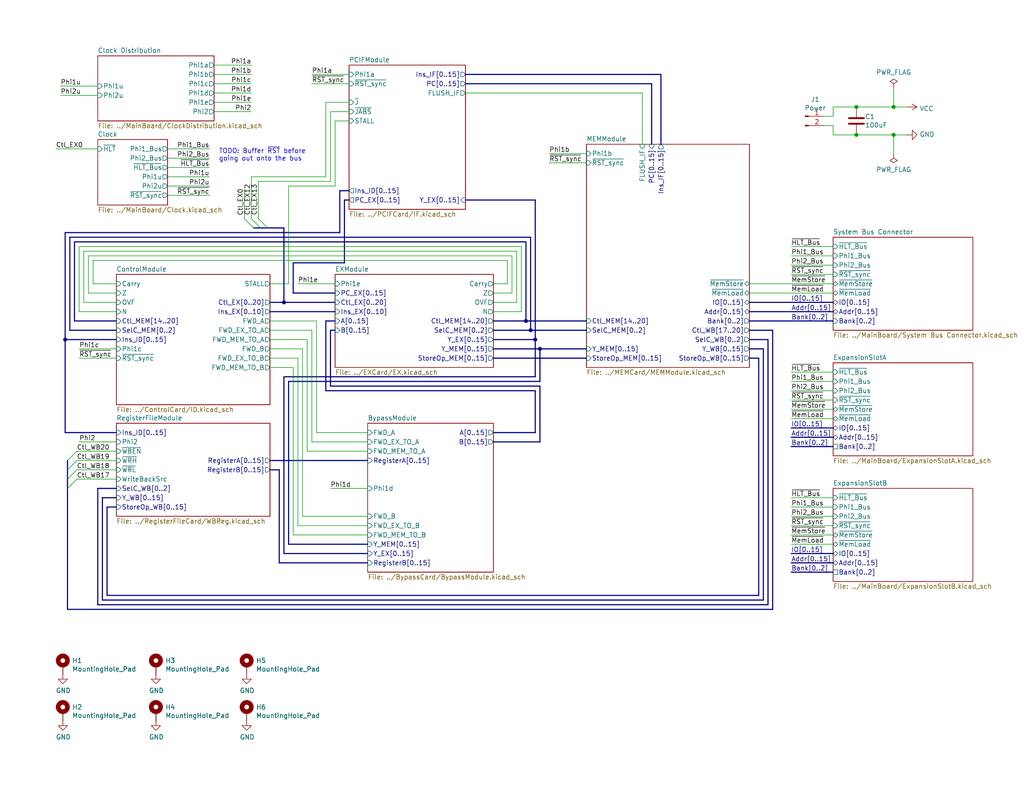
<source format=kicad_sch>
(kicad_sch (version 20250114) (generator "eeschema") (generator_version "9.0")
  (paper "USLetter")
  (title_block (title "Turtle16: Processor Board") (date "2025-07-11") (rev "A") (comment 4 "Microcomputer built from 74xx series logic chips."))
  (lib_symbols
    (symbol "Connector:Conn_01x02_Pin" (pin_names (offset 1.016) (hide yes))
      (property "Reference" "J" (at 0 2.54 0))
      (property "Value" "Conn_01x02_Pin" (at 0 -5.08 0))
      (symbol "Conn_01x02_Pin_1_1"
        (rectangle (start 0.8636 0.127) (end 0 -0.127) (stroke (width 0.1524)) (fill (type outline)))
        (rectangle (start 0.8636 -2.413) (end 0 -2.667) (stroke (width 0.1524)) (fill (type outline)))
        (polyline (pts (xy 1.27 0) (xy 0.8636 0)) (stroke (width 0.1524)))
        (polyline (pts (xy 1.27 -2.54) (xy 0.8636 -2.54)) (stroke (width 0.1524)))
        (pin passive line (at 5.08 0 180) (length 3.81) (name "Pin_1") (number "1"))
        (pin passive line (at 5.08 -2.54 180) (length 3.81) (name "Pin_2") (number "2"))
      )
    )
    (symbol "Device:C" (pin_numbers (hide yes)) (pin_names (offset 0.254))
      (property "Reference" "C" (at 0.635 2.54 0))
      (property "Value" "C" (at 0.635 -2.54 0))
      (symbol "C_0_1"
        (polyline (pts (xy -2.032 0.762) (xy 2.032 0.762)) (stroke (width 0.508)))
        (polyline (pts (xy -2.032 -0.762) (xy 2.032 -0.762)) (stroke (width 0.508)))
      )
      (symbol "C_1_1"
        (pin passive line (at 0 3.81 270) (length 2.794) (name "~") (number "1"))
        (pin passive line (at 0 -3.81 90) (length 2.794) (name "~") (number "2"))
      )
    )
    (symbol "Mechanical:MountingHole_Pad" (pin_numbers (hide yes)) (pin_names (offset 1.016) (hide yes))
      (property "Reference" "H" (at 0 6.35 0))
      (property "Value" "MountingHole_Pad" (at 0 4.445 0))
      (symbol "MountingHole_Pad_0_1"
        (circle (center 0 1.27) (radius 1.27) (stroke (width 1.27)))
      )
      (symbol "MountingHole_Pad_1_1"
        (pin input line (at 0 -2.54 90) (length 2.54) (name "1") (number "1"))
      )
    )
    (symbol "MountingHole_Pad_1" (pin_numbers (hide yes)) (pin_names (offset 1.016) (hide yes))
      (property "Reference" "H" (at 0 6.35 0))
      (property "Value" "MountingHole_Pad" (at 0 4.445 0))
      (symbol "MountingHole_Pad_1_0_1"
        (circle (center 0 1.27) (radius 1.27) (stroke (width 1.27)))
      )
      (symbol "MountingHole_Pad_1_1_1"
        (pin input line (at 0 -2.54 90) (length 2.54) (name "1") (number "1"))
      )
    )
    (symbol "MountingHole_Pad_2" (pin_numbers (hide yes)) (pin_names (offset 1.016) (hide yes))
      (property "Reference" "H" (at 0 6.35 0))
      (property "Value" "MountingHole_Pad" (at 0 4.445 0))
      (symbol "MountingHole_Pad_2_0_1"
        (circle (center 0 1.27) (radius 1.27) (stroke (width 1.27)))
      )
      (symbol "MountingHole_Pad_2_1_1"
        (pin input line (at 0 -2.54 90) (length 2.54) (name "1") (number "1"))
      )
    )
    (symbol "MountingHole_Pad_3" (pin_numbers (hide yes)) (pin_names (offset 1.016) (hide yes))
      (property "Reference" "H" (at 0 6.35 0))
      (property "Value" "MountingHole_Pad" (at 0 4.445 0))
      (symbol "MountingHole_Pad_3_0_1"
        (circle (center 0 1.27) (radius 1.27) (stroke (width 1.27)))
      )
      (symbol "MountingHole_Pad_3_1_1"
        (pin input line (at 0 -2.54 90) (length 2.54) (name "1") (number "1"))
      )
    )
    (symbol "MountingHole_Pad_4" (pin_numbers (hide yes)) (pin_names (offset 1.016) (hide yes))
      (property "Reference" "H" (at 0 6.35 0))
      (property "Value" "MountingHole_Pad" (at 0 4.445 0))
      (symbol "MountingHole_Pad_4_0_1"
        (circle (center 0 1.27) (radius 1.27) (stroke (width 1.27)))
      )
      (symbol "MountingHole_Pad_4_1_1"
        (pin input line (at 0 -2.54 90) (length 2.54) (name "1") (number "1"))
      )
    )
    (symbol "MountingHole_Pad_5" (pin_numbers (hide yes)) (pin_names (offset 1.016) (hide yes))
      (property "Reference" "H" (at 0 6.35 0))
      (property "Value" "MountingHole_Pad" (at 0 4.445 0))
      (symbol "MountingHole_Pad_5_0_1"
        (circle (center 0 1.27) (radius 1.27) (stroke (width 1.27)))
      )
      (symbol "MountingHole_Pad_5_1_1"
        (pin input line (at 0 -2.54 90) (length 2.54) (name "1") (number "1"))
      )
    )
    (symbol "power:GND" (power) (pin_numbers (hide yes)) (pin_names (offset 0) (hide yes))
      (property "Value" "GND" (at 0 -3.81 0))
      (symbol "GND_0_1"
        (polyline (pts (xy 0 0) (xy 0 -1.27) (xy 1.27 -1.27) (xy 0 -2.54) (xy -1.27 -1.27) (xy 0 -1.27)))
      )
      (symbol "GND_1_1"
        (pin power_in line (at 0 0 270) (length 0) (name "~") (number "1"))
      )
    )
    (symbol "power:PWR_FLAG" (power) (pin_numbers (hide yes)) (pin_names (offset 0) (hide yes))
      (property "Value" "PWR_FLAG" (at 0 3.81 0))
      (symbol "PWR_FLAG_0_0"
        (pin power_out line (at 0 0 90) (length 0) (name "~") (number "1"))
      )
      (symbol "PWR_FLAG_0_1"
        (polyline (pts (xy 0 0) (xy 0 1.27) (xy -1.016 1.905) (xy 0 2.54) (xy 1.016 1.905) (xy 0 1.27)))
      )
    )
    (symbol "power:VCC" (power) (pin_numbers (hide yes)) (pin_names (offset 0) (hide yes))
      (property "Value" "VCC" (at 0 3.556 0))
      (symbol "VCC_0_1"
        (polyline (pts (xy -0.762 1.27) (xy 0 2.54)))
        (polyline (pts (xy 0 2.54) (xy 0.762 1.27)))
        (polyline (pts (xy 0 0) (xy 0 2.54)))
      )
      (symbol "VCC_1_1"
        (pin power_in line (at 0 0 90) (length 0) (name "~") (number "1"))
      )
    )
  )
  (text "TODO: Buffer ~{RST} before\ngoing out onto the bus" (at 59.69 40.64 0) (effects (font (size 1.27 1.27)) (justify left top)))
  (junction (at 147.32 95.25))
  (junction (at 233.68 36.83))
  (junction (at 243.84 36.83))
  (junction (at 143.51 87.63))
  (junction (at 146.05 92.71))
  (junction (at 144.78 90.17))
  (junction (at 243.84 29.21))
  (junction (at 77.47 82.55))
  (junction (at 17.78 92.71))
  (junction (at 233.68 29.21))
  (bus_entry (at 73.025 62.23) (size -2.54 -2.54))
  (bus_entry (at 71.12 62.23) (size -2.54 -2.54))
  (bus_entry (at 69.215 62.23) (size -2.54 -2.54))
  (bus_entry (at 18.415 128.27) (size 2.54 -2.54))
  (bus_entry (at 18.415 130.81) (size 2.54 -2.54))
  (bus_entry (at 18.415 125.73) (size 2.54 -2.54))
  (bus_entry (at 18.415 133.35) (size 2.54 -2.54))
  (bus (pts (xy 91.44 87.63) (xy 88.9 87.63)))
  (wire (pts (xy 100.33 123.19) (xy 83.82 123.19)))
  (bus (pts (xy 91.44 90.17) (xy 90.17 90.17)))
  (bus (pts (xy 73.66 82.55) (xy 77.47 82.55)))
  (wire (pts (xy 86.36 87.63) (xy 73.66 87.63)))
  (wire (pts (xy 21.59 95.25) (xy 31.75 95.25)))
  (bus (pts (xy 177.8 39.37) (xy 177.8 22.86)))
  (bus (pts (xy 88.9 87.63) (xy 88.9 106.68)))
  (wire (pts (xy 215.9 109.22) (xy 227.33 109.22)))
  (wire (pts (xy 134.62 82.55) (xy 140.97 82.55)))
  (bus (pts (xy 92.71 52.07) (xy 92.71 63.5)))
  (wire (pts (xy 100.33 120.65) (xy 85.09 120.65)))
  (wire (pts (xy 233.68 36.83) (xy 243.84 36.83)))
  (bus (pts (xy 93.98 54.61) (xy 93.98 71.755)))
  (wire (pts (xy 227.33 29.21) (xy 233.68 29.21)))
  (wire (pts (xy 142.24 85.09) (xy 142.24 67.31)))
  (wire (pts (xy 20.955 125.73) (xy 31.75 125.73)))
  (bus (pts (xy 144.78 64.77) (xy 19.05 64.77)))
  (wire (pts (xy 68.58 27.94) (xy 58.42 27.94)))
  (bus (pts (xy 78.74 104.14) (xy 78.74 148.59)))
  (bus (pts (xy 77.47 102.87) (xy 77.47 151.13)))
  (wire (pts (xy 138.43 71.12) (xy 25.4 71.12)))
  (bus (pts (xy 27.94 135.89) (xy 27.94 163.83)))
  (bus (pts (xy 215.9 121.92) (xy 227.33 121.92)))
  (wire (pts (xy 95.25 27.94) (xy 88.9 27.94)))
  (bus (pts (xy 73.66 85.09) (xy 91.44 85.09)))
  (bus (pts (xy 180.34 20.32) (xy 180.34 39.37)))
  (wire (pts (xy 80.01 146.05) (xy 80.01 100.33)))
  (bus (pts (xy 80.01 80.01) (xy 91.44 80.01)))
  (bus (pts (xy 127 20.32) (xy 180.34 20.32)))
  (bus (pts (xy 209.55 165.1) (xy 26.67 165.1)))
  (wire (pts (xy 68.58 48.26) (xy 68.58 59.69)))
  (wire (pts (xy 20.955 128.27) (xy 31.75 128.27)))
  (wire (pts (xy 25.4 77.47) (xy 31.75 77.47)))
  (bus (pts (xy 80.01 71.755) (xy 80.01 80.01)))
  (wire (pts (xy 68.58 17.78) (xy 58.42 17.78)))
  (wire (pts (xy 149.86 44.45) (xy 160.02 44.45)))
  (wire (pts (xy 215.9 148.59) (xy 227.33 148.59)))
  (bus (pts (xy 208.28 163.83) (xy 208.28 95.25)))
  (wire (pts (xy 215.9 143.51) (xy 227.33 143.51)))
  (wire (pts (xy 91.44 50.8) (xy 78.74 50.8)))
  (bus (pts (xy 76.2 128.27) (xy 76.2 153.67)))
  (wire (pts (xy 215.9 101.6) (xy 227.33 101.6)))
  (wire (pts (xy 21.59 97.79) (xy 31.75 97.79)))
  (wire (pts (xy 81.28 97.79) (xy 73.66 97.79)))
  (bus (pts (xy 73.66 128.27) (xy 76.2 128.27)))
  (bus (pts (xy 215.9 151.13) (xy 227.33 151.13)))
  (wire (pts (xy 247.65 29.21) (xy 243.84 29.21)))
  (bus (pts (xy 19.05 64.77) (xy 19.05 90.17)))
  (bus (pts (xy 95.25 54.61) (xy 93.98 54.61)))
  (wire (pts (xy 45.72 50.8) (xy 57.15 50.8)))
  (wire (pts (xy 215.9 69.85) (xy 227.33 69.85)))
  (wire (pts (xy 16.51 23.495) (xy 26.67 23.495)))
  (bus (pts (xy 143.51 87.63) (xy 160.02 87.63)))
  (bus (pts (xy 210.82 166.37) (xy 18.415 166.37)))
  (wire (pts (xy 68.58 20.32) (xy 58.42 20.32)))
  (bus (pts (xy 146.05 102.87) (xy 77.47 102.87)))
  (wire (pts (xy 45.72 53.34) (xy 57.15 53.34)))
  (wire (pts (xy 80.01 100.33) (xy 73.66 100.33)))
  (wire (pts (xy 91.44 33.02) (xy 91.44 50.8)))
  (bus (pts (xy 29.21 162.56) (xy 29.21 138.43)))
  (wire (pts (xy 139.7 69.85) (xy 139.7 80.01)))
  (wire (pts (xy 215.9 67.31) (xy 227.33 67.31)))
  (bus (pts (xy 134.62 92.71) (xy 146.05 92.71)))
  (bus (pts (xy 215.9 153.67) (xy 227.33 153.67)))
  (bus (pts (xy 134.62 90.17) (xy 144.78 90.17)))
  (wire (pts (xy 68.58 22.86) (xy 58.42 22.86)))
  (bus (pts (xy 69.215 62.23) (xy 71.12 62.23)))
  (wire (pts (xy 22.86 68.58) (xy 22.86 82.55)))
  (bus (pts (xy 93.98 71.755) (xy 80.01 71.755)))
  (wire (pts (xy 100.33 118.11) (xy 86.36 118.11)))
  (wire (pts (xy 140.97 68.58) (xy 22.86 68.58)))
  (bus (pts (xy 204.47 92.71) (xy 209.55 92.71)))
  (wire (pts (xy 24.13 69.85) (xy 139.7 69.85)))
  (wire (pts (xy 25.4 71.12) (xy 25.4 77.47)))
  (bus (pts (xy 20.32 87.63) (xy 31.75 87.63)))
  (wire (pts (xy 90.17 49.53) (xy 90.17 30.48)))
  (bus (pts (xy 147.32 105.41) (xy 147.32 120.65)))
  (wire (pts (xy 45.72 48.26) (xy 57.15 48.26)))
  (bus (pts (xy 147.32 95.25) (xy 160.02 95.25)))
  (bus (pts (xy 134.62 118.11) (xy 146.05 118.11)))
  (bus (pts (xy 29.21 138.43) (xy 31.75 138.43)))
  (wire (pts (xy 215.9 138.43) (xy 227.33 138.43)))
  (wire (pts (xy 90.17 133.35) (xy 100.33 133.35)))
  (bus (pts (xy 73.66 125.73) (xy 100.33 125.73)))
  (wire (pts (xy 134.62 85.09) (xy 142.24 85.09)))
  (wire (pts (xy 243.84 24.13) (xy 243.84 29.21)))
  (bus (pts (xy 77.47 151.13) (xy 100.33 151.13)))
  (wire (pts (xy 85.09 20.32) (xy 95.25 20.32)))
  (wire (pts (xy 215.9 106.68) (xy 227.33 106.68)))
  (wire (pts (xy 215.9 111.76) (xy 227.33 111.76)))
  (wire (pts (xy 24.13 80.01) (xy 24.13 69.85)))
  (bus (pts (xy 127 22.86) (xy 177.8 22.86)))
  (bus (pts (xy 208.28 95.25) (xy 204.47 95.25)))
  (bus (pts (xy 77.47 82.55) (xy 91.44 82.55)))
  (wire (pts (xy 21.59 85.09) (xy 31.75 85.09)))
  (bus (pts (xy 92.71 63.5) (xy 17.78 63.5)))
  (wire (pts (xy 78.74 50.8) (xy 78.74 77.47)))
  (wire (pts (xy 83.82 123.19) (xy 83.82 92.71)))
  (bus (pts (xy 146.05 54.61) (xy 146.05 92.71)))
  (bus (pts (xy 134.62 120.65) (xy 147.32 120.65)))
  (bus (pts (xy 204.47 87.63) (xy 227.33 87.63)))
  (bus (pts (xy 88.9 106.68) (xy 146.05 106.68)))
  (wire (pts (xy 215.9 114.3) (xy 227.33 114.3)))
  (wire (pts (xy 138.43 77.47) (xy 138.43 71.12)))
  (bus (pts (xy 73.025 62.23) (xy 77.47 62.23)))
  (wire (pts (xy 100.33 140.97) (xy 82.55 140.97)))
  (wire (pts (xy 68.58 25.4) (xy 58.42 25.4)))
  (wire (pts (xy 83.82 92.71) (xy 73.66 92.71)))
  (bus (pts (xy 210.82 90.17) (xy 210.82 166.37)))
  (bus (pts (xy 31.75 118.11) (xy 17.78 118.11)))
  (wire (pts (xy 227.33 36.83) (xy 233.68 36.83)))
  (wire (pts (xy 215.9 135.89) (xy 227.33 135.89)))
  (wire (pts (xy 70.485 59.69) (xy 70.485 49.53)))
  (bus (pts (xy 18.415 130.81) (xy 18.415 133.35)))
  (wire (pts (xy 82.55 95.25) (xy 73.66 95.25)))
  (bus (pts (xy 147.32 104.14) (xy 78.74 104.14)))
  (wire (pts (xy 243.84 41.91) (xy 243.84 36.83)))
  (bus (pts (xy 215.9 119.38) (xy 227.33 119.38)))
  (wire (pts (xy 95.25 33.02) (xy 91.44 33.02)))
  (wire (pts (xy 215.9 74.93) (xy 227.33 74.93)))
  (wire (pts (xy 57.15 40.64) (xy 45.72 40.64)))
  (wire (pts (xy 78.74 77.47) (xy 73.66 77.47)))
  (wire (pts (xy 204.47 77.47) (xy 227.33 77.47)))
  (bus (pts (xy 204.47 90.17) (xy 210.82 90.17)))
  (bus (pts (xy 19.05 90.17) (xy 31.75 90.17)))
  (bus (pts (xy 31.75 135.89) (xy 27.94 135.89)))
  (bus (pts (xy 78.74 148.59) (xy 100.33 148.59)))
  (wire (pts (xy 100.33 146.05) (xy 80.01 146.05)))
  (bus (pts (xy 143.51 87.63) (xy 143.51 66.04)))
  (bus (pts (xy 18.415 133.35) (xy 18.415 166.37)))
  (wire (pts (xy 227.33 34.29) (xy 227.33 36.83)))
  (wire (pts (xy 68.58 30.48) (xy 58.42 30.48)))
  (wire (pts (xy 21.59 67.31) (xy 21.59 85.09)))
  (bus (pts (xy 134.62 95.25) (xy 147.32 95.25)))
  (bus (pts (xy 17.78 118.11) (xy 17.78 92.71)))
  (bus (pts (xy 215.9 116.84) (xy 227.33 116.84)))
  (bus (pts (xy 209.55 92.71) (xy 209.55 165.1)))
  (wire (pts (xy 85.09 22.86) (xy 95.25 22.86)))
  (wire (pts (xy 57.15 43.18) (xy 45.72 43.18)))
  (wire (pts (xy 88.9 27.94) (xy 88.9 48.26)))
  (wire (pts (xy 175.26 39.37) (xy 175.26 25.4)))
  (wire (pts (xy 224.79 31.75) (xy 227.33 31.75)))
  (bus (pts (xy 146.05 92.71) (xy 146.05 102.87)))
  (wire (pts (xy 215.9 146.05) (xy 227.33 146.05)))
  (bus (pts (xy 146.05 106.68) (xy 146.05 118.11)))
  (bus (pts (xy 26.67 165.1) (xy 26.67 133.35)))
  (wire (pts (xy 85.09 120.65) (xy 85.09 90.17)))
  (wire (pts (xy 215.9 72.39) (xy 227.33 72.39)))
  (wire (pts (xy 134.62 77.47) (xy 138.43 77.47)))
  (wire (pts (xy 224.79 34.29) (xy 227.33 34.29)))
  (bus (pts (xy 134.62 97.79) (xy 160.02 97.79)))
  (bus (pts (xy 76.2 153.67) (xy 100.33 153.67)))
  (bus (pts (xy 77.47 82.55) (xy 77.47 62.23)))
  (bus (pts (xy 207.01 97.79) (xy 207.01 162.56)))
  (bus (pts (xy 18.415 125.73) (xy 18.415 128.27)))
  (bus (pts (xy 31.75 92.71) (xy 17.78 92.71)))
  (wire (pts (xy 100.33 143.51) (xy 81.28 143.51)))
  (wire (pts (xy 243.84 36.83) (xy 247.65 36.83)))
  (wire (pts (xy 82.55 140.97) (xy 82.55 95.25)))
  (wire (pts (xy 57.15 45.72) (xy 45.72 45.72)))
  (wire (pts (xy 215.9 104.14) (xy 227.33 104.14)))
  (wire (pts (xy 204.47 80.01) (xy 227.33 80.01)))
  (wire (pts (xy 227.33 29.21) (xy 227.33 31.75)))
  (wire (pts (xy 233.68 29.21) (xy 243.84 29.21)))
  (bus (pts (xy 215.9 156.21) (xy 227.33 156.21)))
  (wire (pts (xy 81.28 77.47) (xy 91.44 77.47)))
  (wire (pts (xy 88.9 48.26) (xy 68.58 48.26)))
  (wire (pts (xy 85.09 90.17) (xy 73.66 90.17)))
  (bus (pts (xy 90.17 90.17) (xy 90.17 105.41)))
  (bus (pts (xy 143.51 66.04) (xy 20.32 66.04)))
  (wire (pts (xy 86.36 118.11) (xy 86.36 87.63)))
  (bus (pts (xy 144.78 90.17) (xy 144.78 64.77)))
  (wire (pts (xy 66.675 51.435) (xy 66.675 59.69)))
  (bus (pts (xy 20.32 66.04) (xy 20.32 87.63)))
  (bus (pts (xy 127 54.61) (xy 146.05 54.61)))
  (wire (pts (xy 134.62 80.01) (xy 139.7 80.01)))
  (bus (pts (xy 18.415 128.27) (xy 18.415 130.81)))
  (bus (pts (xy 144.78 90.17) (xy 160.02 90.17)))
  (bus (pts (xy 26.67 133.35) (xy 31.75 133.35)))
  (wire (pts (xy 16.51 26.035) (xy 26.67 26.035)))
  (wire (pts (xy 22.86 82.55) (xy 31.75 82.55)))
  (bus (pts (xy 71.12 62.23) (xy 73.025 62.23)))
  (bus (pts (xy 204.47 97.79) (xy 207.01 97.79)))
  (wire (pts (xy 149.86 41.91) (xy 160.02 41.91)))
  (wire (pts (xy 90.17 30.48) (xy 95.25 30.48)))
  (wire (pts (xy 215.9 140.97) (xy 227.33 140.97)))
  (wire (pts (xy 15.24 40.64) (xy 26.67 40.64)))
  (wire (pts (xy 70.485 49.53) (xy 90.17 49.53)))
  (bus (pts (xy 204.47 85.09) (xy 227.33 85.09)))
  (wire (pts (xy 31.75 80.01) (xy 24.13 80.01)))
  (bus (pts (xy 147.32 95.25) (xy 147.32 104.14)))
  (bus (pts (xy 204.47 82.55) (xy 227.33 82.55)))
  (wire (pts (xy 21.59 120.65) (xy 31.75 120.65)))
  (wire (pts (xy 20.955 123.19) (xy 31.75 123.19)))
  (bus (pts (xy 90.17 105.41) (xy 147.32 105.41)))
  (wire (pts (xy 127 25.4) (xy 175.26 25.4)))
  (bus (pts (xy 134.62 87.63) (xy 143.51 87.63)))
  (wire (pts (xy 21.59 67.31) (xy 142.24 67.31)))
  (wire (pts (xy 20.955 130.81) (xy 31.75 130.81)))
  (bus (pts (xy 207.01 162.56) (xy 29.21 162.56)))
  (bus (pts (xy 17.78 63.5) (xy 17.78 92.71)))
  (bus (pts (xy 95.25 52.07) (xy 92.71 52.07)))
  (wire (pts (xy 140.97 82.55) (xy 140.97 68.58)))
  (bus (pts (xy 27.94 163.83) (xy 208.28 163.83)))
  (wire (pts (xy 81.28 143.51) (xy 81.28 97.79)))
  (label "Phi1_Bus" (at 215.9 69.85 0))
  (label "Phi1u" (at 57.15 48.26 180))
  (label "~{HLT_Bus}" (at 215.9 135.89 0))
  (label "~{MemLoad}" (at 215.9 80.01 0))
  (label "~{MemLoad}" (at 215.9 148.59 0))
  (label "Phi1_Bus" (at 57.15 40.64 180))
  (label "~{RST_sync}" (at 21.59 97.79 0))
  (label "Phi2_Bus" (at 215.9 72.39 0))
  (label "~{RST_sync}" (at 215.9 74.93 0))
  (label "Phi1b" (at 68.58 20.32 180))
  (label "Ctl_EX0" (at 66.675 51.435 270))
  (label "Phi1_Bus" (at 215.9 104.14 0))
  (label "IO[0..15]" (at 215.9 82.55 0))
  (label "Ctl_WB18" (at 20.955 128.27 0))
  (label "Phi2" (at 21.59 120.65 0))
  (label "Bank[0..2]" (at 215.9 87.63 0))
  (label "Phi1e" (at 68.58 27.94 180))
  (label "Addr[0..15]" (at 215.9 153.67 0))
  (label "Phi1u" (at 16.51 23.495 0))
  (label "Phi2_Bus" (at 57.15 43.18 180))
  (label "~{MemStore}" (at 215.9 146.05 0))
  (label "~{MemLoad}" (at 215.9 114.3 0))
  (label "~{RST_sync}" (at 85.09 22.86 0))
  (label "Phi1e" (at 81.28 77.47 0))
  (label "Phi2" (at 68.58 30.48 180))
  (label "Phi2_Bus" (at 215.9 106.68 0))
  (label "Phi2_Bus" (at 215.9 140.97 0))
  (label "Bank[0..2]" (at 215.9 156.21 0))
  (label "Addr[0..15]" (at 215.9 85.09 0))
  (label "Phi1c" (at 68.58 22.86 180))
  (label "~{HLT_Bus}" (at 215.9 67.31 0))
  (label "Bank[0..2]" (at 215.9 121.92 0))
  (label "~{HLT_Bus}" (at 57.15 45.72 180))
  (label "Addr[0..15]" (at 215.9 119.38 0))
  (label "Phi1d" (at 90.17 133.35 0))
  (label "~{RST_sync}" (at 215.9 143.51 0))
  (label "IO[0..15]" (at 215.9 151.13 0))
  (label "Ctl_EX13" (at 70.485 50.165 270))
  (label "Phi1b" (at 149.86 41.91 0))
  (label "Ctl_WB19" (at 20.955 125.73 0))
  (label "Phi1c" (at 21.59 95.25 0))
  (label "Ctl_EX0" (at 15.24 40.64 0))
  (label "Ctl_WB17" (at 20.955 130.81 0))
  (label "Phi2u" (at 16.51 26.035 0))
  (label "~{RST_sync}" (at 215.9 109.22 0))
  (label "Phi1_Bus" (at 215.9 138.43 0))
  (label "~{MemStore}" (at 215.9 77.47 0))
  (label "IO[0..15]" (at 215.9 116.84 0))
  (label "Phi1a" (at 68.58 17.78 180))
  (label "Ctl_WB20" (at 20.955 123.19 0))
  (label "~{RST_sync}" (at 57.15 53.34 180))
  (label "~{HLT_Bus}" (at 215.9 101.6 0))
  (label "Phi1d" (at 68.58 25.4 180))
  (label "Phi2u" (at 57.15 50.8 180))
  (label "Phi1a" (at 85.09 20.32 0))
  (label "~{MemStore}" (at 215.9 111.76 0))
  (label "Ctl_EX12" (at 68.58 50.165 270))
  (label "~{RST_sync}" (at 149.86 44.45 0))
  (symbol (lib_id "Connector:Conn_01x02_Pin") (at 219.71 31.75 0) (unit 1)
    (property "Reference" "J1" (at 222.4532 27.1526 0))
    (property "Value" "Power" (at 222.4532 29.464 0))
    (property "Footprint" "Turtle16:172448-0002" (effects (hide yes)))
    (property "Datasheet" "https://www.molex.com/content/dam/molex/molex-dot-com/products/automated/en-us/salesdrawingpdf/172/172448/1724480002_sd.pdf" (effects (hide yes)))
    (property "Manufacturer" "Molex" (effects (hide yes)))
    (property "Manufacturer#" "172448-0002" (effects (hide yes)))
    (property "Mouser#" "538-172448-0002" (effects (hide yes)))
    (property "Digikey#" "WM16206-ND" (effects (hide yes)))
  )
  (symbol (lib_id "Mechanical:MountingHole_Pad") (at 17.145 181.61 0) (unit 1) (in_bom no)
    (property "Reference" "H1" (at 19.685 180.3654 0) (effects (justify left)))
    (property "Value" "MountingHole_Pad" (at 19.685 182.6768 0) (effects (justify left)))
    (property "Footprint" "MountingHole:MountingHole_3.2mm_M3_Pad" (effects (hide yes)))
  )
  (symbol (lib_name "MountingHole_Pad_5") (lib_id "Mechanical:MountingHole_Pad") (at 42.545 181.61 0) (unit 1) (in_bom no)
    (property "Reference" "H3" (at 45.085 180.3654 0) (effects (justify left)))
    (property "Value" "MountingHole_Pad" (at 45.085 182.6768 0) (effects (justify left)))
    (property "Footprint" "MountingHole:MountingHole_3.2mm_M3_Pad" (effects (hide yes)))
  )
  (symbol (lib_id "power:GND") (at 67.31 196.85 0) (unit 1)
    (property "Reference" "#PWR06" (effects (hide yes)))
    (property "Value" "GND" (at 67.437 201.2442 0))
    (property "Description" "Power symbol creates a global label with name \"GND\" , ground" (effects (hide yes)))
  )
  (symbol (lib_name "MountingHole_Pad_4") (lib_id "Mechanical:MountingHole_Pad") (at 42.545 194.31 0) (unit 1) (in_bom no)
    (property "Reference" "H4" (at 45.085 193.0654 0) (effects (justify left)))
    (property "Value" "MountingHole_Pad" (at 45.085 195.3768 0) (effects (justify left)))
    (property "Footprint" "MountingHole:MountingHole_3.2mm_M3_Pad" (effects (hide yes)))
  )
  (symbol (lib_id "Device:C") (at 233.68 33.02 0) (unit 1)
    (property "Reference" "C1" (at 236.0168 31.8516 0) (effects (justify left)))
    (property "Value" "100uF" (at 236.0168 34.163 0) (effects (justify left)))
    (property "Footprint" "Capacitor_SMD:C_1206_3216Metric" (effects (hide yes)))
    (property "Datasheet" "https://www.yuden.co.jp/productdata/catalog/mlcc06_e.pdf" (effects (hide yes)))
    (property "Manufacturer" "Taiyo Yuden" (effects (hide yes)))
    (property "Manufacturer#" "AMK316ABJ107ML-T" (effects (hide yes)))
    (property "Mouser#" "963-AMK316ABJ107ML-T" (effects (hide yes)))
    (property "Digikey#" "587-AMK316ABJ107ML-TCT-ND" (effects (hide yes)))
  )
  (symbol (lib_name "MountingHole_Pad_3") (lib_id "Mechanical:MountingHole_Pad") (at 17.145 194.31 0) (unit 1) (in_bom no)
    (property "Reference" "H2" (at 19.685 193.0654 0) (effects (justify left)))
    (property "Value" "MountingHole_Pad" (at 19.685 195.3768 0) (effects (justify left)))
    (property "Footprint" "MountingHole:MountingHole_3.2mm_M3_Pad" (effects (hide yes)))
  )
  (symbol (lib_id "power:PWR_FLAG") (at 243.84 24.13 0) (unit 1)
    (property "Reference" "#FLG01" (effects (hide yes)))
    (property "Value" "PWR_FLAG" (at 243.84 19.7358 0))
  )
  (symbol (lib_id "power:VCC") (at 247.65 29.21 270) (unit 1)
    (property "Reference" "#PWR07" (effects (hide yes)))
    (property "Value" "VCC" (at 250.9012 29.6418 90) (effects (justify left)))
    (property "Description" "Power symbol creates a global label with name \"VCC\"" (effects (hide yes)))
  )
  (symbol (lib_name "MountingHole_Pad_2") (lib_id "Mechanical:MountingHole_Pad") (at 67.31 181.61 0) (unit 1) (in_bom no)
    (property "Reference" "H5" (at 69.85 180.3654 0) (effects (justify left)))
    (property "Value" "MountingHole_Pad" (at 69.85 182.6768 0) (effects (justify left)))
    (property "Footprint" "MountingHole:MountingHole_3.2mm_M3_Pad" (effects (hide yes)))
  )
  (symbol (lib_id "power:GND") (at 67.31 184.15 0) (unit 1)
    (property "Reference" "#PWR05" (effects (hide yes)))
    (property "Value" "GND" (at 67.437 188.5442 0))
    (property "Description" "Power symbol creates a global label with name \"GND\" , ground" (effects (hide yes)))
  )
  (symbol (lib_id "power:GND") (at 17.145 184.15 0) (unit 1)
    (property "Reference" "#PWR01" (effects (hide yes)))
    (property "Value" "GND" (at 17.272 188.5442 0))
    (property "Description" "Power symbol creates a global label with name \"GND\" , ground" (effects (hide yes)))
  )
  (symbol (lib_id "power:PWR_FLAG") (at 243.84 41.91 180) (unit 1)
    (property "Reference" "#FLG02" (effects (hide yes)))
    (property "Value" "PWR_FLAG" (at 243.84 46.3042 0))
  )
  (symbol (lib_id "power:GND") (at 42.545 184.15 0) (unit 1)
    (property "Reference" "#PWR03" (effects (hide yes)))
    (property "Value" "GND" (at 42.672 188.5442 0))
    (property "Description" "Power symbol creates a global label with name \"GND\" , ground" (effects (hide yes)))
  )
  (symbol (lib_id "power:GND") (at 247.65 36.83 90) (unit 1)
    (property "Reference" "#PWR08" (effects (hide yes)))
    (property "Value" "GND" (at 250.9012 36.703 90) (effects (justify right)))
    (property "Description" "Power symbol creates a global label with name \"GND\" , ground" (effects (hide yes)))
  )
  (symbol (lib_id "power:GND") (at 17.145 196.85 0) (unit 1)
    (property "Reference" "#PWR02" (effects (hide yes)))
    (property "Value" "GND" (at 17.272 201.2442 0))
    (property "Description" "Power symbol creates a global label with name \"GND\" , ground" (effects (hide yes)))
  )
  (symbol (lib_name "MountingHole_Pad_1") (lib_id "Mechanical:MountingHole_Pad") (at 67.31 194.31 0) (unit 1) (in_bom no)
    (property "Reference" "H6" (at 69.85 193.0654 0) (effects (justify left)))
    (property "Value" "MountingHole_Pad" (at 69.85 195.3768 0) (effects (justify left)))
    (property "Footprint" "MountingHole:MountingHole_3.2mm_M3_Pad" (effects (hide yes)))
  )
  (symbol (lib_id "power:GND") (at 42.545 196.85 0) (unit 1)
    (property "Reference" "#PWR04" (effects (hide yes)))
    (property "Value" "GND" (at 42.672 201.2442 0))
    (property "Description" "Power symbol creates a global label with name \"GND\" , ground" (effects (hide yes)))
  )
  (sheet (at 227.33 64.77) (size 38.1 25.4)
    (property "Sheetname" "System Bus Connector" (at 227.33 64.0584 0) (effects (justify left bottom)))
    (property "Sheetfile" "../MainBoard/System Bus Connector.kicad_sch" (at 227.33 90.7546 0) (effects (justify left top)))
    (pin "IO[0..15]" tri_state (at 227.33 82.55 180))
    (pin "Addr[0..15]" tri_state (at 227.33 85.09 180))
    (pin "~{MemLoad}" tri_state (at 227.33 80.01 180))
    (pin "~{MemStore}" tri_state (at 227.33 77.47 180))
    (pin "Phi2_Bus" input (at 227.33 72.39 180))
    (pin "~{RST_sync}" input (at 227.33 74.93 180))
    (pin "Bank[0..2]" input (at 227.33 87.63 180))
    (pin "Phi1_Bus" input (at 227.33 69.85 180))
    (pin "~{HLT_Bus}" input (at 227.33 67.31 180))
  )
  (sheet (at 31.75 115.57) (size 41.91 25.4) (stroke (width 0.1524))
    (property "Sheetname" "RegisterFileModule" (at 31.75 114.8584 0) (effects (justify left bottom)))
    (property "Sheetfile" "../RegisterFileCard/WBReg.kicad_sch" (at 31.75 141.5546 0) (effects (justify left top)))
    (pin "Ins_ID[0..15]" input (at 31.75 118.11 180))
    (pin "Phi2" input (at 31.75 120.65 180))
    (pin "RegisterA[0..15]" output (at 73.66 125.73 0))
    (pin "RegisterB[0..15]" output (at 73.66 128.27 0))
    (pin "SelC_WB[0..2]" input (at 31.75 133.35 180))
    (pin "StoreOp_WB[0..15]" input (at 31.75 138.43 180))
    (pin "WriteBackSrc" input (at 31.75 130.81 180))
    (pin "Y_WB[0..15]" input (at 31.75 135.89 180))
    (pin "~{WBEN}" input (at 31.75 123.19 180))
    (pin "~{WRH}" input (at 31.75 125.73 180))
    (pin "~{WRL}" input (at 31.75 128.27 180))
  )
  (sheet (at 160.02 39.37) (size 44.45 60.96) (stroke (width 0.1524))
    (property "Sheetname" "MEMModule" (at 160.02 38.6584 0) (effects (justify left bottom)))
    (property "Sheetfile" "../MEMCard/MEMModule.kicad_sch" (at 160.02 100.9146 0) (effects (justify left top)))
    (pin "Addr[0..15]" tri_state (at 204.47 85.09 0))
    (pin "Bank[0..2]" output (at 204.47 87.63 0))
    (pin "Ctl_MEM[14..20]" input (at 160.02 87.63 180))
    (pin "Ctl_WB[17..20]" output (at 204.47 90.17 0))
    (pin "FLUSH_IF" input (at 175.26 39.37 90))
    (pin "Ins_IF[0..15]" output (at 180.34 39.37 90))
    (pin "IO[0..15]" tri_state (at 204.47 82.55 0))
    (pin "PC[0..15]" input (at 177.8 39.37 90))
    (pin "Phi1b" input (at 160.02 41.91 180))
    (pin "SelC_MEM[0..2]" input (at 160.02 90.17 180))
    (pin "SelC_WB[0..2]" output (at 204.47 92.71 0))
    (pin "StoreOp_MEM[0..15]" input (at 160.02 97.79 180))
    (pin "StoreOp_WB[0..15]" output (at 204.47 97.79 0))
    (pin "Y_MEM[0..15]" input (at 160.02 95.25 180))
    (pin "Y_WB[0..15]" output (at 204.47 95.25 0))
    (pin "~{MemLoad}" tri_state (at 204.47 80.01 0))
    (pin "~{MemStore}" tri_state (at 204.47 77.47 0))
    (pin "~{RST_sync}" input (at 160.02 44.45 180))
  )
  (sheet (at 227.33 99.06) (size 38.1 25.4) (stroke (width 0.1524))
    (property "Sheetname" "ExpansionSlotA" (at 227.33 98.3484 0) (effects (justify left bottom)))
    (property "Sheetfile" "../MainBoard/ExpansionSlotA.kicad_sch" (at 227.33 125.0446 0) (effects (justify left top)))
    (pin "Addr[0..15]" tri_state (at 227.33 119.38 180))
    (pin "Bank[0..2]" passive (at 227.33 121.92 180))
    (pin "IO[0..15]" tri_state (at 227.33 116.84 180))
    (pin "Phi1_Bus" input (at 227.33 104.14 180))
    (pin "Phi2_Bus" input (at 227.33 106.68 180))
    (pin "~{HLT_Bus}" input (at 227.33 101.6 180))
    (pin "~{MemLoad}" tri_state (at 227.33 114.3 180))
    (pin "~{MemStore}" tri_state (at 227.33 111.76 180))
    (pin "~{RST_sync}" input (at 227.33 109.22 180))
  )
  (sheet (at 31.75 74.93) (size 41.91 35.56) (stroke (width 0.1524))
    (property "Sheetname" "ControlModule" (at 31.75 74.2184 0) (effects (justify left bottom)))
    (property "Sheetfile" "../ControlCard/ID.kicad_sch" (at 31.75 111.0746 0) (effects (justify left top)))
    (pin "Carry" input (at 31.75 77.47 180))
    (pin "Ctl_EX[0..20]" output (at 73.66 82.55 0))
    (pin "Ctl_MEM[14..20]" input (at 31.75 87.63 180))
    (pin "FWD_A" output (at 73.66 87.63 0))
    (pin "FWD_B" output (at 73.66 95.25 0))
    (pin "FWD_EX_TO_A" output (at 73.66 90.17 0))
    (pin "FWD_EX_TO_B" output (at 73.66 97.79 0))
    (pin "FWD_MEM_TO_A" output (at 73.66 92.71 0))
    (pin "FWD_MEM_TO_B" output (at 73.66 100.33 0))
    (pin "Ins_EX[0..10]" output (at 73.66 85.09 0))
    (pin "Ins_ID[0..15]" input (at 31.75 92.71 180))
    (pin "N" input (at 31.75 85.09 180))
    (pin "OVF" input (at 31.75 82.55 180))
    (pin "Phi1c" input (at 31.75 95.25 180))
    (pin "SelC_MEM[0..2]" input (at 31.75 90.17 180))
    (pin "STALL" output (at 73.66 77.47 0))
    (pin "Z" input (at 31.75 80.01 180))
    (pin "~{RST_sync}" input (at 31.75 97.79 180))
  )
  (sheet (at 95.25 17.78) (size 31.75 39.37) (stroke (width 0.1524))
    (property "Sheetname" "PCIFModule" (at 95.25 17.0684 0) (effects (justify left bottom)))
    (property "Sheetfile" "../PCIFCard/IF.kicad_sch" (at 95.25 57.7346 0) (effects (justify left top)))
    (pin "FLUSH_IF" output (at 127 25.4 0))
    (pin "Ins_ID[0..15]" output (at 95.25 52.07 180))
    (pin "Ins_IF[0..15]" output (at 127 20.32 0))
    (pin "PC[0..15]" output (at 127 22.86 0))
    (pin "PC_EX[0..15]" output (at 95.25 54.61 180))
    (pin "Phi1a" input (at 95.25 20.32 180))
    (pin "STALL" input (at 95.25 33.02 180))
    (pin "Y_EX[0..15]" input (at 127 54.61 0))
    (pin "~{JABS}" input (at 95.25 30.48 180))
    (pin "~{J}" input (at 95.25 27.94 180))
    (pin "~{RST_sync}" input (at 95.25 22.86 180))
  )
  (sheet (at 26.67 15.24) (size 31.75 17.78) (stroke (width 0.1524))
    (property "Sheetname" "Clock Distribution" (at 26.67 14.5284 0) (effects (justify left bottom)))
    (property "Sheetfile" "../MainBoard/ClockDistribution.kicad_sch" (at 26.67 33.6046 0) (effects (justify left top)))
    (pin "Phi1a" output (at 58.42 17.78 0))
    (pin "Phi1b" output (at 58.42 20.32 0))
    (pin "Phi1d" output (at 58.42 25.4 0))
    (pin "Phi1c" output (at 58.42 22.86 0))
    (pin "Phi2" output (at 58.42 30.48 0))
    (pin "Phi1u" input (at 26.67 23.495 180))
    (pin "Phi2u" input (at 26.67 26.035 180))
    (pin "Phi1e" output (at 58.42 27.94 0))
  )
  (sheet (at 26.67 38.1) (size 19.05 17.885) (stroke (width 0.1524))
    (property "Sheetname" "Clock" (at 26.67 37.3884 0) (effects (justify left bottom)))
    (property "Sheetfile" "../MainBoard/Clock.kicad_sch" (at 26.67 56.5696 0) (effects (justify left top)))
    (pin "Phi1u" output (at 45.72 48.26 0))
    (pin "Phi2u" output (at 45.72 50.8 0))
    (pin "~{HLT}" input (at 26.67 40.64 180))
    (pin "~{RST_sync}" output (at 45.72 53.34 0))
    (pin "Phi1_Bus" output (at 45.72 40.64 0))
    (pin "Phi2_Bus" output (at 45.72 43.18 0))
    (pin "~{HLT_Bus}" output (at 45.72 45.72 0))
  )
  (sheet (at 100.33 115.57) (size 34.29 40.64) (stroke (width 0.1524))
    (property "Sheetname" "BypassModule" (at 100.33 114.8584 0) (effects (justify left bottom)))
    (property "Sheetfile" "../BypassCard/BypassModule.kicad_sch" (at 100.33 156.7946 0) (effects (justify left top)))
    (pin "A[0..15]" output (at 134.62 118.11 0))
    (pin "B[0..15]" output (at 134.62 120.65 0))
    (pin "FWD_A" input (at 100.33 118.11 180))
    (pin "FWD_B" input (at 100.33 140.97 180))
    (pin "FWD_EX_TO_A" input (at 100.33 120.65 180))
    (pin "FWD_EX_TO_B" input (at 100.33 143.51 180))
    (pin "FWD_MEM_TO_A" input (at 100.33 123.19 180))
    (pin "FWD_MEM_TO_B" input (at 100.33 146.05 180))
    (pin "Phi1d" input (at 100.33 133.35 180))
    (pin "RegisterA[0..15]" input (at 100.33 125.73 180))
    (pin "RegisterB[0..15]" input (at 100.33 153.67 180))
    (pin "Y_EX[0..15]" input (at 100.33 151.13 180))
    (pin "Y_MEM[0..15]" input (at 100.33 148.59 180))
  )
  (sheet (at 91.44 74.93) (size 43.18 25.4) (stroke (width 0.1524))
    (property "Sheetname" "EXModule" (at 91.44 74.2184 0) (effects (justify left bottom)))
    (property "Sheetfile" "../EXCard/EX.kicad_sch" (at 91.44 100.9146 0) (effects (justify left top)))
    (pin "A[0..15]" input (at 91.44 87.63 180))
    (pin "B[0..15]" input (at 91.44 90.17 180))
    (pin "Carry" output (at 134.62 77.47 0))
    (pin "Ctl_EX[0..20]" input (at 91.44 82.55 180))
    (pin "Ctl_MEM[14..20]" output (at 134.62 87.63 0))
    (pin "Ins_EX[0..10]" input (at 91.44 85.09 180))
    (pin "N" output (at 134.62 85.09 0))
    (pin "OVF" output (at 134.62 82.55 0))
    (pin "PC_EX[0..15]" input (at 91.44 80.01 180))
    (pin "Phi1e" input (at 91.44 77.47 180))
    (pin "SelC_MEM[0..2]" output (at 134.62 90.17 0))
    (pin "StoreOp_MEM[0..15]" output (at 134.62 97.79 0))
    (pin "Y_EX[0..15]" output (at 134.62 92.71 0))
    (pin "Y_MEM[0..15]" output (at 134.62 95.25 0))
    (pin "Z" output (at 134.62 80.01 0))
  )
  (sheet (at 227.33 133.35) (size 38.1 25.4) (stroke (width 0.1524))
    (property "Sheetname" "ExpansionSlotB" (at 227.33 132.6384 0) (effects (justify left bottom)))
    (property "Sheetfile" "../MainBoard/ExpansionSlotB.kicad_sch" (at 227.33 159.3346 0) (effects (justify left top)))
    (pin "Addr[0..15]" tri_state (at 227.33 153.67 180))
    (pin "Bank[0..2]" passive (at 227.33 156.21 180))
    (pin "IO[0..15]" tri_state (at 227.33 151.13 180))
    (pin "Phi1_Bus" input (at 227.33 138.43 180))
    (pin "Phi2_Bus" input (at 227.33 140.97 180))
    (pin "~{HLT_Bus}" input (at 227.33 135.89 180))
    (pin "~{MemLoad}" tri_state (at 227.33 148.59 180))
    (pin "~{MemStore}" tri_state (at 227.33 146.05 180))
    (pin "~{RST_sync}" input (at 227.33 143.51 180))
  )
)
</source>
